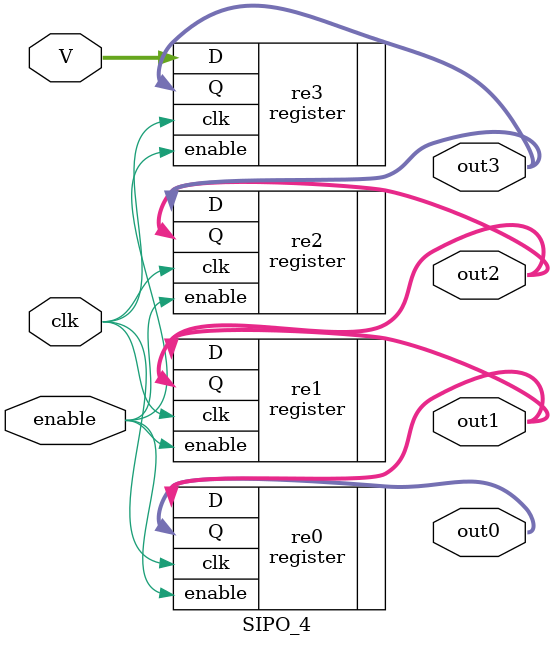
<source format=v>
`timescale 1ns / 1ps


module SIPO_4
#(parameter bit_size = 16)
(
    input [bit_size-1:0] V,
    input clk, enable,
    output [bit_size-1:0] out3, out2, out1, out0
    );
    
    register #(.size(bit_size)) re3 (.D(V), .clk(clk), .enable(enable), .Q(out3));
    register #(.size(bit_size)) re2 (.D(out3), .clk(clk), .enable(enable), .Q(out2));
    register #(.size(bit_size)) re1 (.D(out2), .clk(clk), .enable(enable), .Q(out1));
    register #(.size(bit_size)) re0 (.D(out1), .clk(clk), .enable(enable), .Q(out0));
    
endmodule

</source>
